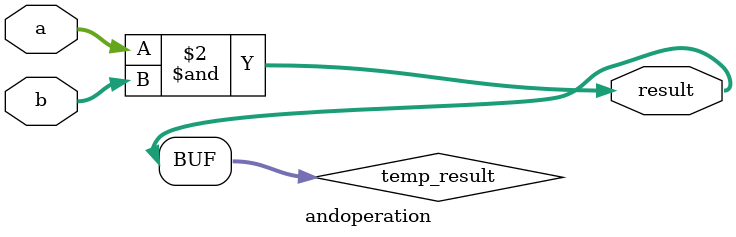
<source format=sv>
module andoperation #(parameter N = 8)
    (
     input logic [N-1:0] a,
     input logic [N-1:0] b,
     output logic [N-1:0] result
    );

    // For intermediate results
    logic [N-1:0] temp_result;

    always_comb begin
        temp_result = a & b;
    end

    // Assign result
    assign result = temp_result;

endmodule
</source>
